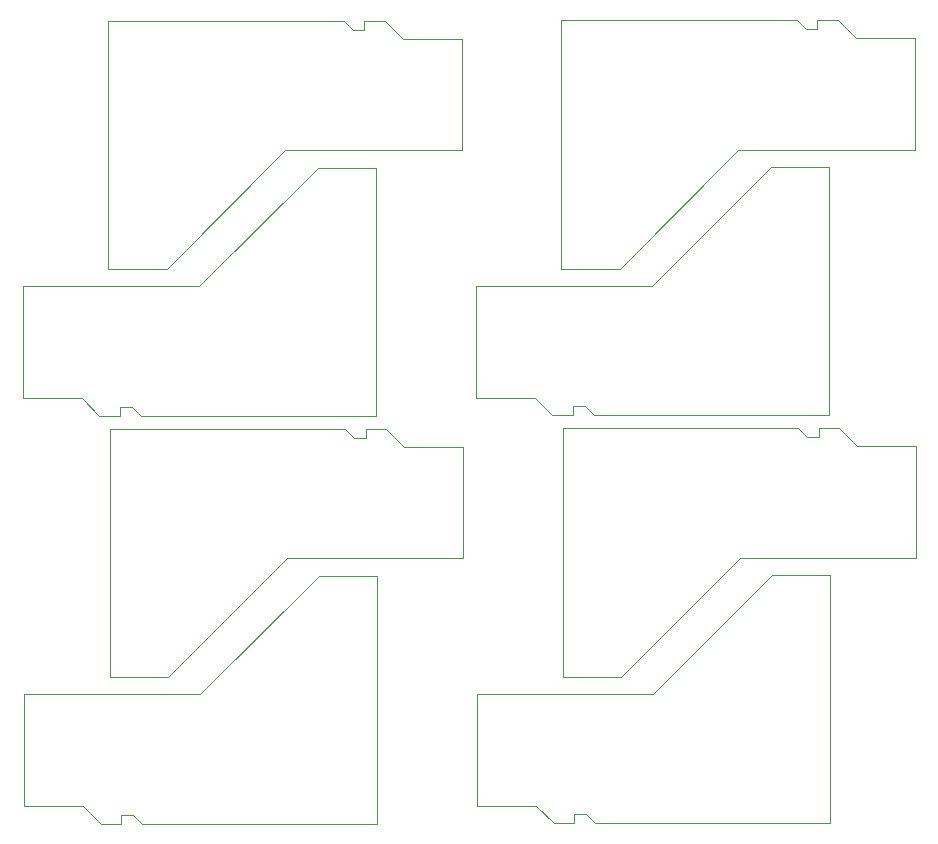
<source format=gbr>
%TF.GenerationSoftware,KiCad,Pcbnew,7.0.1*%
%TF.CreationDate,2023-03-21T17:03:07+01:00*%
%TF.ProjectId,microsdcard_sub_panelized,6d696372-6f73-4646-9361-72645f737562,rev?*%
%TF.SameCoordinates,Original*%
%TF.FileFunction,Profile,NP*%
%FSLAX46Y46*%
G04 Gerber Fmt 4.6, Leading zero omitted, Abs format (unit mm)*
G04 Created by KiCad (PCBNEW 7.0.1) date 2023-03-21 17:03:07*
%MOMM*%
%LPD*%
G01*
G04 APERTURE LIST*
%TA.AperFunction,Profile*%
%ADD10C,0.050000*%
%TD*%
G04 APERTURE END LIST*
D10*
X128778000Y-103961800D02*
X143705600Y-103961800D01*
X133705600Y-93014800D02*
X113792000Y-93014800D01*
X134455600Y-93764800D02*
X135455600Y-93764800D01*
X113792000Y-93014800D02*
X113792000Y-114020200D01*
X135455600Y-93764800D02*
X135455600Y-93014800D01*
X133705600Y-93014800D02*
X134455600Y-93764800D01*
X118719600Y-114020200D02*
X128778000Y-103961800D01*
X113792000Y-114020200D02*
X118719600Y-114020200D01*
X90424000Y-103991000D02*
X105351600Y-103991000D01*
X95351600Y-93044000D02*
X75438000Y-93044000D01*
X75438000Y-93044000D02*
X75438000Y-114049400D01*
X80365600Y-114049400D02*
X90424000Y-103991000D01*
X75438000Y-114049400D02*
X80365600Y-114049400D01*
X95351600Y-93044000D02*
X96101600Y-93794000D01*
X96101600Y-93794000D02*
X97101600Y-93794000D01*
X97101600Y-93794000D02*
X97101600Y-93044000D01*
X97101600Y-93044000D02*
X98851600Y-93044000D01*
X100351600Y-94544000D02*
X105351600Y-94544000D01*
X98851600Y-93044000D02*
X100351600Y-94544000D01*
X105351600Y-94544000D02*
X105351600Y-103987600D01*
X78173600Y-126468000D02*
X98087200Y-126468000D01*
X83101200Y-115521000D02*
X68173600Y-115521000D01*
X135455600Y-93014800D02*
X137205600Y-93014800D01*
X116527600Y-126438800D02*
X115777600Y-125688800D01*
X121455200Y-115491800D02*
X106527600Y-115491800D01*
X113027600Y-126438800D02*
X111527600Y-124938800D01*
X116527600Y-126438800D02*
X136441200Y-126438800D01*
X136441200Y-126438800D02*
X136441200Y-105433400D01*
X115777600Y-125688800D02*
X114777600Y-125688800D01*
X114777600Y-125688800D02*
X114777600Y-126438800D01*
X136441200Y-105433400D02*
X131513600Y-105433400D01*
X137205600Y-93014800D02*
X138705600Y-94514800D01*
X111527600Y-124938800D02*
X106527600Y-124938800D01*
X131513600Y-105433400D02*
X121455200Y-115491800D01*
X138705600Y-94514800D02*
X143705600Y-94514800D01*
X106527600Y-124938800D02*
X106527600Y-115495200D01*
X114777600Y-126438800D02*
X113027600Y-126438800D01*
X143705600Y-94514800D02*
X143705600Y-103958400D01*
X74673600Y-126468000D02*
X73173600Y-124968000D01*
X98087200Y-126468000D02*
X98087200Y-105462600D01*
X76423600Y-126468000D02*
X74673600Y-126468000D01*
X93159600Y-105462600D02*
X83101200Y-115521000D01*
X98087200Y-105462600D02*
X93159600Y-105462600D01*
X77423600Y-125718000D02*
X76423600Y-125718000D01*
X76423600Y-125718000D02*
X76423600Y-126468000D01*
X73173600Y-124968000D02*
X68173600Y-124968000D01*
X68173600Y-124968000D02*
X68173600Y-115524400D01*
X78173600Y-126468000D02*
X77423600Y-125718000D01*
X128676400Y-69417800D02*
X143604000Y-69417800D01*
X133604000Y-58470800D02*
X113690400Y-58470800D01*
X113690400Y-58470800D02*
X113690400Y-79476200D01*
X118618000Y-79476200D02*
X128676400Y-69417800D01*
X113690400Y-79476200D02*
X118618000Y-79476200D01*
X133604000Y-58470800D02*
X134354000Y-59220800D01*
X134354000Y-59220800D02*
X135354000Y-59220800D01*
X135354000Y-59220800D02*
X135354000Y-58470800D01*
X135354000Y-58470800D02*
X137104000Y-58470800D01*
X138604000Y-59970800D02*
X143604000Y-59970800D01*
X137104000Y-58470800D02*
X138604000Y-59970800D01*
X143604000Y-59970800D02*
X143604000Y-69414400D01*
X116426000Y-91894800D02*
X136339600Y-91894800D01*
X121353600Y-80947800D02*
X106426000Y-80947800D01*
X112926000Y-91894800D02*
X111426000Y-90394800D01*
X136339600Y-91894800D02*
X136339600Y-70889400D01*
X114676000Y-91894800D02*
X112926000Y-91894800D01*
X131412000Y-70889400D02*
X121353600Y-80947800D01*
X136339600Y-70889400D02*
X131412000Y-70889400D01*
X115676000Y-91144800D02*
X114676000Y-91144800D01*
X114676000Y-91144800D02*
X114676000Y-91894800D01*
X111426000Y-90394800D02*
X106426000Y-90394800D01*
X106426000Y-90394800D02*
X106426000Y-80951200D01*
X116426000Y-91894800D02*
X115676000Y-91144800D01*
X82999600Y-80977000D02*
X68072000Y-80977000D01*
X78072000Y-91924000D02*
X97985600Y-91924000D01*
X97985600Y-91924000D02*
X97985600Y-70918600D01*
X93058000Y-70918600D02*
X82999600Y-80977000D01*
X97985600Y-70918600D02*
X93058000Y-70918600D01*
X78072000Y-91924000D02*
X77322000Y-91174000D01*
X77322000Y-91174000D02*
X76322000Y-91174000D01*
X76322000Y-91174000D02*
X76322000Y-91924000D01*
X76322000Y-91924000D02*
X74572000Y-91924000D01*
X73072000Y-90424000D02*
X68072000Y-90424000D01*
X74572000Y-91924000D02*
X73072000Y-90424000D01*
X68072000Y-90424000D02*
X68072000Y-80980400D01*
X75336400Y-79505400D02*
X80264000Y-79505400D01*
X75336400Y-58500000D02*
X75336400Y-79505400D01*
X90322400Y-69447000D02*
X105250000Y-69447000D01*
X80264000Y-79505400D02*
X90322400Y-69447000D01*
X95250000Y-58500000D02*
X75336400Y-58500000D01*
X96000000Y-59250000D02*
X97000000Y-59250000D01*
X95250000Y-58500000D02*
X96000000Y-59250000D01*
X97000000Y-59250000D02*
X97000000Y-58500000D01*
X97000000Y-58500000D02*
X98750000Y-58500000D01*
X98750000Y-58500000D02*
X100250000Y-60000000D01*
X105250000Y-60000000D02*
X105250000Y-69443600D01*
X100250000Y-60000000D02*
X105250000Y-60000000D01*
M02*

</source>
